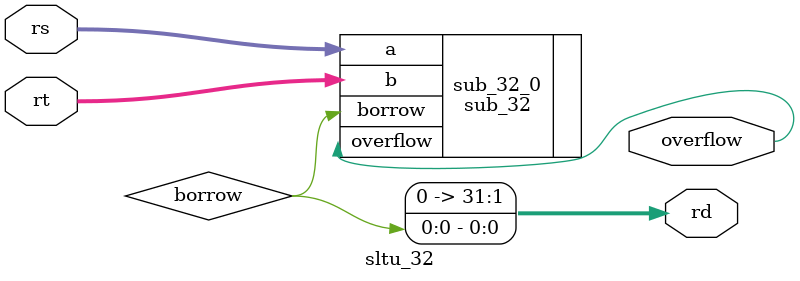
<source format=v>
`include "../src/sub_32.v"

module sltu_32(rs, rt, rd, overflow);
    input [31:0] rs, rt;
    output [31:0] rd;
    output overflow;

    wire borrow;

    sub_32 sub_32_0(
        .a(rs),
        .b(rt),
        .borrow(borrow),
        .overflow(overflow)
    );

    assign rd = {31'b0, borrow};

endmodule

</source>
